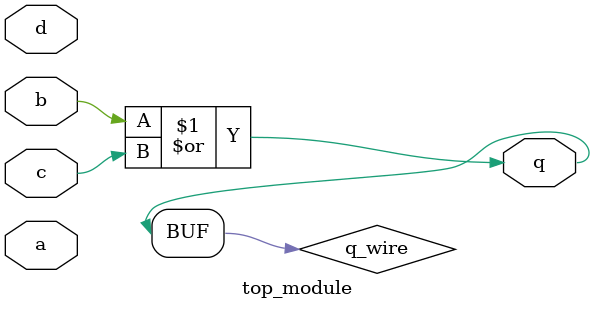
<source format=sv>
module top_module (
	input a, 
	input b, 
	input c, 
	input d,
	output q
);

// Define internal wires for the OR operation
wire q_wire;

// Perform OR operation using inputs b and c
assign q_wire = b | c;

// Output q is the result of the OR operation
assign q = q_wire;

endmodule

</source>
